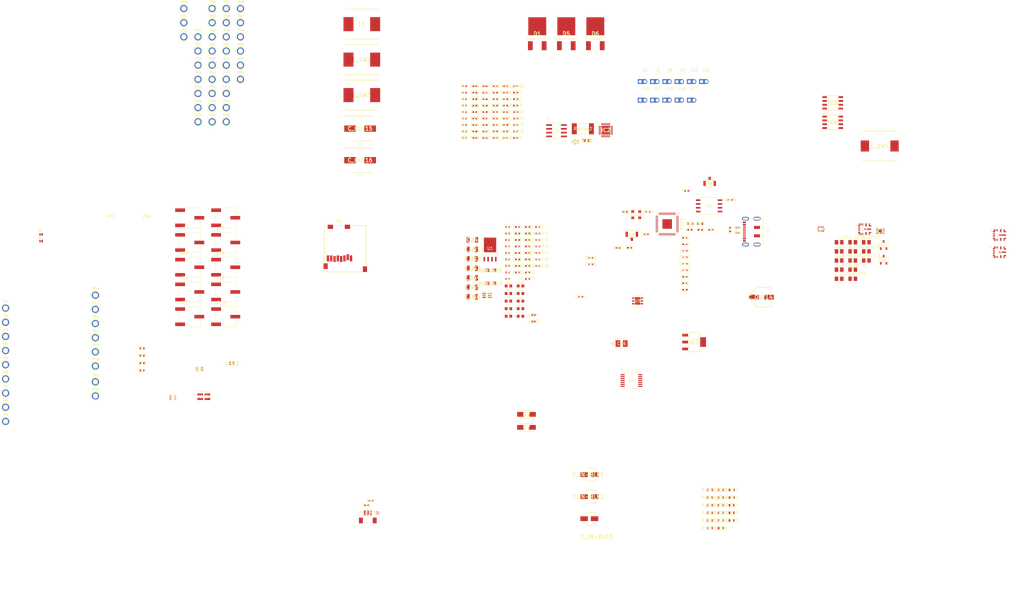
<source format=kicad_pcb>
(kicad_pcb (version 20240108) (generator "pcbnew") (generator_version "8.0")
  (layers (0 "F.Cu" signal) (1 "In1.Cu" signal) (2 "In2.Cu" signal) (31 "B.Cu" power) (34 "B.Paste" user) (35 "F.Paste" user) (36 "B.SilkS" user "B.Silkscreen") (37 "F.SilkS" user "F.Silkscreen") (38 "B.Mask" user) (39 "F.Mask" user) (44 "Edge.Cuts" user))
  (net 0 "")
  (net 1 "GND")
  (net 2 "+3.3V")
  (net 3 "Net-(XTAL1-TRI-STATE(STBY))")
  (net 4 "Net-(MCU1-RUN)")
  (net 5 "Net-(MCU1-VREG_VOUT)")
  (net 6 "Net-(MCU1-USB_DM)")
  (net 7 "Net-(MCU1-USB_DP)")
  (net 8 "Net-(MCU1-SWD)")
  (net 9 "Net-(MCU1-SWCLK)")
  (net 11 "/AIN0")
  (net 12 "/AIN1")
  (net 13 "/AIN2")
  (net 14 "Net-(U2-T+)")
  (net 15 "Net-(U2-T-)")
  (net 16 "/12V_Sense")
  (net 17 "/8.4V_Sense")
  (net 18 "+5V")
  (net 19 "Net-(IC2-VCCD)")
  (net 20 "VBAT")
  (net 21 "Net-(D2-A)")
  (net 22 "/VBUS_IN")
  (net 23 "/5V_Sense")
  (net 24 "Net-(IC8-EN)")
  (net 25 "/ADC RDY")
  (net 26 "VBUS")
  (net 27 "Net-(CR1-Pad1)")
  (net 28 "Net-(CR2-Pad1)")
  (net 29 "Net-(CR3-Pad1)")
  (net 30 "+8.4V")
  (net 31 "+12V")
  (net 32 "Net-(CR4-Pad1)")
  (net 33 "Net-(CR6-Pad1)")
  (net 34 "Net-(U8-BIAS)")
  (net 35 "Net-(U9-BIAS)")
  (net 36 "Net-(U7-SW)")
  (net 37 "Net-(U7-CBOOT)")
  (net 38 "Net-(U8-CBOOT)")
  (net 39 "Net-(U8-SW)")
  (net 40 "Net-(U9-SW)")
  (net 41 "Net-(U9-CBOOT)")
  (net 42 "Net-(U9-FB)")
  (net 43 "Net-(C_FF1-Pad1)")
  (net 44 "Net-(C_OUT1-Pad1)")
  (net 45 "Net-(C_OUT12-Pad1)")
  (net 46 "Net-(D7-A)")
  (net 47 "/DC.DC1 VCC")
  (net 48 "/DC.DC2 VCC")
  (net 49 "/DC.DC3 VCC")
  (net 50 "/Solenoid Valve Drive")
  (net 51 "Net-(D2-K)")
  (net 52 "Net-(D4-IO3)")
  (net 53 "Net-(D4-IO1)")
  (net 54 "USB_DP")
  (net 55 "USB_DM")
  (net 56 "/I_Sense1+")
  (net 57 "/I_Sense2+")
  (net 58 "/I_Sense3+")
  (net 59 "Net-(IC1-REF1)")
  (net 60 "Net-(IC1-OUT2)")
  (net 61 "Net-(IC1-OUT1)")
  (net 62 "Net-(IC2-SAFE_PWR_EN)")
  (net 63 "Net-(IC2-ISNK_FINE)")
  (net 65 "Net-(IC2-VBUS_MAX)")
  (net 66 "Net-(IC2-VBUS_FET_EN)")
  (net 67 "Net-(IC2-FLIP)")
  (net 69 "Net-(IC2-FAULT)")
  (net 72 "Net-(IC2-VBUS_MIN)")
  (net 73 "/SDL I2C")
  (net 74 "/USB-C PD ~{INT}")
  (net 75 "/SDA I2C")
  (net 77 "Net-(IC3-G1)")
  (net 78 "Net-(IC3-S1)")
  (net 79 "Net-(IC4-SDA)")
  (net 80 "Net-(IC4-SCL)")
  (net 81 "Net-(IC4-ALERT{slash}RDY)")
  (net 82 "Net-(IC5-REF)")
  (net 83 "Net-(IC5-OUT)")
  (net 84 "Net-(IC7-REXT)")
  (net 85 "Net-(IC7-IOUT)")
  (net 86 "/SCL I2C")
  (net 87 "Net-(IC9-E2)")
  (net 88 "Net-(IC9-E1)")
  (net 89 "/Status1 Green")
  (net 90 "/Status1 Red")
  (net 91 "/Status2 Green")
  (net 92 "Net-(IC10-E1)")
  (net 93 "Net-(IC10-E2)")
  (net 94 "/Status2 Red")
  (net 103 "/THERMO1 T+")
  (net 104 "/THERMO1 T-")
  (net 105 "/SPI0_MOSI")
  (net 107 "/SD-Card ~{CS}")
  (net 109 "/SPI0_SCK")
  (net 110 "/SPI0_MISO")
  (net 111 "/RS_B")
  (net 112 "/RS_A")
  (net 113 "/Main Servo Valve")
  (net 114 "/PRESS_SENSE")
  (net 115 "Net-(J18-Pad3)")
  (net 116 "Net-(J18-Pad1)")
  (net 117 "Net-(LED2-Pad1)")
  (net 118 "Net-(LED3-A_Green)")
  (net 119 "Net-(LED3-A_Red)")
  (net 120 "/Solenoid Valve Enable")
  (net 121 "/RP2040 Standard1/MCU QSPI_SD0")
  (net 122 "/RS_ENABLE")
  (net 123 "/RS_RX")
  (net 124 "/DC.DC1 PGOOD")
  (net 125 "/Servo Valve PWM")
  (net 126 "/DC.DC3 PGOOD")
  (net 127 "/SPI1_SCK")
  (net 128 "/THERMO1_~{FAULT}")
  (net 129 "/LED Test1")
  (net 130 "/DC.DC2 PGOOD")
  (net 131 "/THERMO1_~{CS}")
  (net 132 "/RS_TX")
  (net 133 "/RP2040 Standard1/MCU QSPI_SD1")
  (net 134 "/SPI1_MOSI")
  (net 135 "/RP2040 Standard1/MCU QSPI_SD2")
  (net 136 "/RP2040 Standard1/MCU QSPI_SS")
  (net 137 "/SPI1_MISO")
  (net 138 "/RP2040 Standard1/MCU QSPI_SD3")
  (net 139 "/THERMO1_~{DRDY}")
  (net 140 "/RP2040 Standard1/Crystal")
  (net 141 "/RP2040 Standard1/MCU QSPI_SCLK")
  (net 142 "Net-(Q3-Pad2)")
  (net 143 "Net-(Q4-Pad2)")
  (net 144 "/TEMP SENSE +")
  (net 145 "/TEMP SENSE -")
  (net 146 "/RP2040 Standard1/~{RST}")
  (net 147 "/RP2040 Standard1/~{USB_BOOT}")
  (net 148 "Net-(U7-RBOOT)")
  (net 149 "Net-(U8-RBOOT)")
  (net 150 "Net-(U9-RBOOT)")
  (net 151 "Net-(U7-EN{slash}SYNC)")
  (net 152 "Net-(U8-EN{slash}SYNC)")
  (net 153 "Net-(U9-EN{slash}SYNC)")
  (net 154 "Net-(R_FBB1-Pad2)")
  (net 155 "Net-(R_FBB2-Pad2)")
  (net 156 "Net-(R_FBB3-Pad2)")
  (net 157 "Net-(U7-FB)")
  (net 158 "Net-(U8-FB)")
  (net 159 "Net-(U7-RT)")
  (net 160 "Net-(U8-RT)")
  (net 161 "Net-(U9-RT)")
  (net 162 "Net-(U10-A_Green)")
  (net 163 "Net-(U10-A_Red)")
  (footprint "Pico_Conn1x1:Pico_01pin" (layer "F.Cu") (at 126.5992 37.5)
    (property "Reference" "J2")
    (property "Value" "Conn_01x01_Socket")
  )
  (footprint "Resistor-0402:RES_0402" (layer "F.Cu") (at 66.288005 54.1416)
    (property "Reference" "R8")
    (property "Value" "120")
  )
  (footprint "Pico_Conn1x1:Pico_01pin" (layer "F.Cu") (at 143 37.5)
    (property "Reference" "J10")
    (property "Value" "Conn_01x01_Socket")
  )
  (footprint "Capacitor-0402:Capacitor_0402" (layer "F.Cu") (at 139.9285 107.0052)
    (property "Reference" "CV7")
    (property "Value" "100nF")
  )
  (footprint "E-Switch_Small:TL1017AABF160QG" (layer "F.Cu") (at 148.2 71.5 180)
    (property "Reference" "S2")
    (property "Value" "TL1017AABF160QG" (hide yes))
  )
  (footprint "Capacitor-0805:Capacitor_0805" (layer "F.Cu") (at 191.4439 94.201599)
    (property "Reference" "C_OUT2")
    (property "Value" "10u")
  )
  (footprint "Capacitor-0805:Capacitor_0805" (layer "F.Cu") (at 195.9939 91.151599)
    (property "Reference" "C_OUT6")
    (property "Value" "22u")
  )
  (footprint "Capacitor-0402:Capacitor_0402" (layer "F.Cu") (at 141.5715 87)
    (property "Reference" "CV2")
    (property "Value" "100nF")
  )
  (footprint "Test Hook:KEYSTONE_5277" (layer "F.Cu") (at -87 151)
    (property "Reference" "TP9")
    (property "Value" "TestPoint")
  )
  (footprint "Capacitor-0805:Capacitor_0805" (layer "F.Cu") (at 200.5439 97.251599)
    (property "Reference" "C_OUT13")
    (property "Value" "22u")
  )
  (footprint "SchottkyDiode-RB095BGE:RD3P175SNFRATL" (layer "F.Cu") (at 100.3 21.25)
    (property "Reference" "D5")
    (property "Value" "RB095BGE" (hide yes))
  )
  (footprint "Resistor-0402:RES_0402" (layer "F.Cu") (at 79.974397 49.8208)
    (property "Reference" "R46")
    (property "Value" "30k")
  )
  (footprint "LED-Red_VLMT3100-GS08:LED_PLCC_VSMB" (layer "F.Cu") (at 118.7681 125)
    (property "Reference" "CR6")
    (property "Value" "VLMT3100-GS08")
  )
  (footprint "Resistor-0402:RES_0402" (layer "F.Cu") (at 66.288005 45.5)
    (property "Reference" "R4")
    (property "Value" "2k")
  )
  (footprint "Resistor-0402:RES_0402" (layer "F.Cu") (at 83.395995 54.1416)
    (property "Reference" "R_ENT3")
    (property "Value" "422k")
  )
  (footprint "Resistor-0402:RES_0402" (layer "F.Cu") (at 76.552799 51.9812)
    (property "Reference" "R36")
    (property "Value" "10k")
  )
  (footprint "Capacitor-0402:Capacitor_0402" (layer "F.Cu") (at 90.7477 92.5644)
    (property "Reference" "C_IN_HFI3")
    (property "Value" "100n")
  )
  (footprint "Resistor-0603:RES_0603" (layer "F.Cu") (at 151.9104 181.5494)
    (property "Reference" "R_FBT2")
    (property "Value" "100K")
  )
  (footprint "Resistor-0603:RES_0603" (layer "F.Cu") (at 151.9104 173.9012)
    (property "Reference" "R_FBB5")
    (property "Value" "50")
  )
  (footprint "Pico_Conn1x1:Pico_01pin" (layer "F.Cu") (at 138.8998 43.7)
    (property "Reference" "J16")
    (property "Value" "Conn_01x01_Socket")
  )
  (footprint "Capacitor-0402:Capacitor_0402" (layer "F.Cu") (at 80.6611 101.238)
    (property "Reference" "C8")
    (property "Value" "10n")
  )
  (footprint "Resistor-0402:RES_0402" (layer "F.Cu") (at 76.552799 45.5)
    (property "Reference" "R33")
    (property "Value" "54k2")
  )
  (footprint "Capacitor-0402:Capacitor_0402" (layer "F.Cu") (at 139.9285 94)
    (property "Reference" "CV10")
    (property "Value" "100nF")
  )
  (footprint "Diode-Schottky_RSX301L:DIOM5026X220N" (layer "F.Cu") (at 87 148.65)
    (property "Reference" "D2")
    (property "Value" "RSX301L" (hide yes))
  )
  (footprint "VLMKG3400-GS08:SMT_00-GS08_VIS" (layer "F.Cu") (at -20.7935 142.750001)
    (property "Reference" "U10")
    (property "Value" "VLMKG3400-GS08")
  )
  (footprint "Test Hook:KEYSTONE_5277" (layer "F.Cu") (at -13.27 27.27)
    (property "Reference" "TP40")
    (property "Value" "5277")
  )
  (footprint "Resistor-0805:RES_0805" (layer "F.Cu") (at 75.15 104.91)
    (property "Reference" "Rsense3")
    (property "Value" "2.5m" (hide yes))
  )
  (footprint "Resistor-0402:RES_0402" (layer "F.Cu") (at 76.552799 47.6604)
    (property "Reference" "R34")
    (property "Value" "1k")
  )
  (footprint "Resistor-0402:RES_0402" (layer "F.Cu") (at 73.131201 47.6604)
    (property "Reference" "R23")
    (property "Value" "1k")
  )
  (footprint "Resistor-0402:RES_0402" (layer "F.Cu") (at 35.052799 177.5)
    (property "Reference" "R44")
    (property "Value" "100")
  )
  (footprint "NOR Flash:SOIC_208MIL_WIN" (layer "F.Cu") (at 148 79)
    (property "Reference" "U4")
    (property "Value" "W25Q128JVSIQ TR")
  )
  (footprint "Capacitor-1206:Capacitor_1206" (layer "F.Cu") (at 68.915 90.36)
    (property "Reference" "C24")
    (property "Value" "4.7u" (hide yes))
  )
  (footprint "Capacitor-6mm:Capacitor_6mm" (layer "F.Cu") (at 165.5 109.5)
    (property "Reference" "C_OUT14")
    (property "Value" "100u" (hide yes))
  )
  (footprint "Capacitor-0402:Capacitor_0402" (layer "F.Cu") (at 139.9187 89.6632)
    (property "Reference" "CV8")
    (property "Value" "100nF")
  )
  (footprint "Resistor-0402:RES_0402" (layer "F.Cu") (at 66.288005 49.8208)
    (property "Reference" "R6")
    (property "Value" "2k")
  )
  (footprint "INA2181A4IDSQR:SON40P200X200X80-11N" (layer "F.Cu") (at 205.1489 87.476599)
    (property "Reference" "IC1")
    (property "Value" "INA2181A4IDSQR" (hide yes))
  )
  (footprint "AS12MHz:ASE-3.2X2.5_ABR" (layer "F.Cu") (at 123.6684 81.95)
    (property "Reference" "XTAL1")
    (property "Value" "ASE-12.000MHZ-LC-T")
  )
  (footprint "Resistor-0402:RES_0402" (layer "F.Cu") (at 73.131201 43.3396)
    (property "Reference" "R21")
    (property "Value" "10k")
  )
  (footprint "1k Potenciometro:TRIM_3361P-1-102GLF" (layer "F.Cu") (at -25.5 116.02)
    (property "Reference" "VR5")
    (property "Value" "3361P-1-102GLF")
  )
  (footprint "Resistor-0603:RES_0603" (layer "F.Cu") (at 148.25 184.0988)
    (property "Reference" "R_FBB3")
    (property "Value" "22k1")
  )
  (footprint "Resistor-0402:RES_0402" (layer "F.Cu") (at 126.947201 88.5)
    (property "Reference" "R51")
    (property "Value" "1k")
  )
  (footprint "Capacitor-0603:Capacitor_0603" (layer "F.Cu") (at 80.99 108.28)
    (property "Reference" "C18")
    (property "Value" "1u")
  )
  (footprint "Capacitor-0402:Capacitor_0402" (layer "F.Cu") (at 80.6611 94.7328)
    (property "Reference" "C5")
    (property "Value" "100n")
  )
  (footprint "Test Hook:KEYSTONE_5277" (layer "F.Cu") (at -18 27.27)
    (property "Reference" "TP31")
    (property "Value" "5277")
  )
  (footprint "DMP2040USD-13:SOIC127P600X175-8N" (layer "F.Cu") (at 189.3 51.095)
    (property "Reference" "IC6")
    (property "Value" "DMP2040USD-13" (hide yes))
  )
  (footprint "Capacitor-1206:Capacitor_1206" (layer "F.Cu") (at 68.915 99.87)
    (property "Reference" "C_IN3")
    (property "Value" "4.7u" (hide yes))
  )
  (footprint "Capacitor-4mm:Capacitor_4mm" (layer "F.Cu") (at 108 176.15)
    (property "Reference" "C_IN-BLK2")
    (property "Value" "10u" (hide yes))
  )
  (footprint "Resistor-0402:RES_0402" (layer "F.Cu") (at 83.395995 41.1792)
    (property "Reference" "R_BT1")
    (property "Value" "50")
  )
  (footprint "Capacitor-0805:Capacitor_0805" (layer "F.Cu") (at 191.4439 97.251599)
    (property "Reference" "C_OUT3")
    (property "Value" "22u")
  )
  (footprint "LED-Red_VLMS1500-GS08:LED_00-GS08_VIS_RED" (layer "F.Cu") (at 89.3615 115.4592)
    (property "Reference" "LED1")
    (property "Value" "VLMS1500-GS08")
  )
  (footprint "Capacitor-0402:Capacitor_0402" (layer "F.Cu") (at 90.7477 94.7328)
    (property "Reference" "C_IN_HFI4")
    (property "Value" "100n")
  )
  (footprint "Capacitor-0402:Capacitor_0402" (layer "F.Cu") (at 90.7477 86.0592)
    (property "Reference" "C_FF1")
    (property "Value" "22p")
  )
  (footprint "Resistor-0402:RES_0402" (layer "F.Cu") (at 66.288005 39.0188)
    (property "Reference" "R1")
    (property "Value" "54k2")
  )
  (footprint "Capacitor-0402:Capacitor_0402" (layer "F.Cu") (at 87.3855 96.9012)
    (property "Reference" "C37")
    (property "Value" "470n")
  )
  (footprint "PNP_BC857CMB_315:TRANS_PMZB550UNEYL" (layer "F.Cu") (at -75.15 90.775)
    (property "Reference" "Q4")
    (property "Value" "BC857CMB_315")
  )
  (footprint "Capacitor-0402:Capacitor_0402" (layer "F.Cu") (at 90.7477 96.9012)
    (property "Reference" "C_IN_HFI5")
    (property "Value" "100n")
  )
  (footprint "Resistor-0402:RES_0402" (layer "F.Cu") (at 83.395995 45.5)
    (property "Reference" "R_BT3")
    (property "Value" "100")
  )
  (footprint "Capacitor-0402:Capacitor_0402" (layer "F.Cu") (at 84.0233 92.5644)
    (property "Reference" "C20")
    (property "Value" "100n")
  )
  (footprint "Test Hook:KEYSTONE_5277" (layer "F.Cu") (at -27.46 17.81)
    (property "Reference" "TP11")
    (property "Value" "TestPoint")
  )
  (footprint "Resistor-0402:RES_0402" (layer "F.Cu") (at 73.131201 54.1416)
    (property "Reference" "R28")
    (property "Value" "2k")
  )
  (footprint "Resistor-0402:RES_0402" (layer "F.Cu") (at 66.288005 41.1792)
    (property "Reference" "R2")
    (property "Value" "1k")
  )
  (footprint "Capacitor-0402:Capacitor_0402" (layer "F.Cu") (at 127.5715 81)
    (property "Reference" "CV17")
    (property "Value" "1uF")
  )
  (footprint "SQJA36EP-T1-GE3:PowerPAK_SO-8L_3_VIS" (layer "F.Cu") (at 74.8321 93.1866)
    (property "Reference" "U1")
    (property "Value" "SQJA36EP-T1_GE3")
  )
  (footprint "Capacitor-0805:Capacitor_0805" (layer "F.Cu") (at 191.4439 100.301599)
    (property "Reference" "C_OUT4")
    (property "Value" "22u")
  )
  (footprint "Capacitor-0402:Capacitor_0402" (layer "F.Cu") (at 87.3855 88.2276)
    (property "Reference" "C33")
    (property "Value" "2.2u")
  )
  (footprint "Resistor-0402:RES_0402" (layer "F.Cu") (at 79.974397 41.1792)
    (property "Reference" "R40")
    (property "Value" "2k")
  )
  (footprint "Test Hook:KEYSTONE_5277" (layer "F.Cu") (at -13.27 17.81)
    (property "Reference" "TP38")
    (property "Value" "5277")
  )
  (footprint "Test Hook:KEYSTONE_5277" (layer "F.Cu") (at -87 113.16)
    (property "Reference" "TP1")
    (property "Value" "TestPoint")
  )
  (footprint "Test Hook:KEYSTONE_5277" (layer "F.Cu") (at -13.27 36.73)
    (property "Reference" "TP42")
    (property "Value" "5277")
  )
  (footprint "Test Hook:KEYSTONE_5277" (layer "F.Cu") (at -87 146.27)
    (property "Reference" "TP8")
    (property "Value" "TestPoint")
  )
  (footprint "LED-Yellow_VLMY1300-GS08:LED_VISHAY_VLMX1300_VIS" (layer "F.Cu") (at -41.4031 134)
    (property "Reference" "CR4")
    (property "Value" "VLMY1300-GS08")
  )
  (footprint "Capacitor-0603:Capacitor_0603" (layer "F.Cu") (at 80.99 115.87)
    (property "Reference" "C_BIAS1")
    (property "Value" "1u")
  )
  (footprint "Test Hook:KEYSTONE_5277" (layer "F.Cu") (at -57 137.77)
    (property "Reference" "TP19")
    (property "Value" "TestPoint")
  )
  (footprint "NMOS_2N7002:PG-SOT23-3-5_INF_MIN" (layer "F.Cu") (at 206.2907 92.082399)
    (property "Reference" "Q1")
    (property "Value" "2N7002H6327XTSA2")
  )
  (footprint "Test Hook:KEYSTONE_5277" (layer "F.Cu") (at -8.54 27.27)
    (property "Reference" "TP49")
    (property "Value" "TestPoint")
  )
  (footprint "Resistor-0805:RES_0805" (layer "F.Cu") (at 75.15 100.56)
    (property "Reference" "Rsense1")
    (property "Value" "2.5m" (hide yes))
  )
  (footprint "LED-Yellow_VLMY1300-GS08:LED_VISHAY_VLMX1300_VIS" (layer "F.Cu") (at -41.4031 126.5804)
    (property "Reference" "CR1")
    (property "Value" "VLMY1300-GS08")
  )
  (footprint "Capacitor-0402:Capacitor_0402" (layer "F.Cu") (at 87.3855 90.396)
    (property "Reference" "C34")
    (property "Value" "2.2u")
  )
  (footprint "Pico_Conn1x1:Pico_01pin" (layer "F.Cu") (at 143 43.7)
    (property "Reference" "J17")
    (property "Value" "Conn_01x01_Socket")
  )
  (footprint "Capacitor-0805:Capacitor_0805" (layer "F.Cu") (at 200.5439 94.201599)
    (property "Reference" "C_OUT12")
    (property "Value" "47u")
  )
  (footprint "Resistor-2512:RES_WSLP2512" (layer "F.Cu") (at 105.832401 53.2465)
    (property "Reference" "Rsense2")
    (property "Value" "7.5m")
  )
  (footprint "DCDC_LM61460:VQFN-HR14_RJR_TEX" (layer "F.Cu") (at 244.999999 88.750602)
    (property "Reference" "U7")
    (property "Value" "LM61460AASQRJRRQ1")
  )
  (footprint "Resistor-0402:RES_0402" (layer "F.Cu") (at 33.552799 179)
    (property "Reference" "R50")
    (property "Value" "100")
  )
  (footprint "Capacitor-0402:Capacitor_0402" (layer "F.Cu") (at 139.9285 100.5052)
    (property "Reference" "CV13")
    (property "Value" "100nF")
  )
  (footprint "Capacitor-0805:Capacitor_0805" (layer "F.Cu") (at 195.9939 94.201599)
    (property "Reference" "C_OUT7")
    (property "Value" "22u")
  )
  (footprint "Test Hook:KEYSTONE_5277" (layer "F.Cu") (at -13.27 41.46)
    (property "Reference" "TP43")
    (property "Value" "5277")
  )
  (footprint "Capacitor-0402:Capacitor_0402" (layer "F.Cu") (at 121.4285 93)
    (property "Reference" "CV1")
    (property "Value" "1uF")
  )
  (footprint "Inductor-10.1x10:Inductor_10.1x10" (layer "F.Cu") (at 32 42)
    (property "Reference" "L_SW3")
    (property "Value" "15u" (hide yes))
  )
  (footprint "Resistor-0402:RES_0402" (layer "F.Cu") (at 117.552799 93)
    (property "Reference" "R25")
    (property "Value" "1k")
  )
  (footprint "ADS1115:ADS1115IRUGR" (layer "F.Cu") (at 185.4039 86.751599)
    (property "Reference" "IC4")
    (property "Value" "ADS1115IRUGR" (hide yes))
  )
  (footprint "1k Potenciometro:TRIM_3361P-1-102GLF" (layer "F.Cu") (at -25.5 91.24)
    (property "Reference" "VR2")
    (property "Value" "3361P-1-102GLF")
  )
  (footprint "USBC-PD_CYPD3177:QFN50P400X400X60-25N-D" (layer "F.Cu") (at 113.489201 53.7248)
    (property "Reference" "IC2")
    (property "Value" "CYPD3177-24LQXQT" (hide yes))
  )
  (footprint "Capacitor-0603:Capacitor_0603" (layer "F.Cu") (at 80.99 113.34)
    (property "Reference" "C22")
    (property "Value" "1u")
  )
  (footprint "Capacitor-0402:Capacitor_0402" (layer "F.Cu") (at 80.6611 92.5644)
    (property "Reference" "C4")
    (property "Value" "1u")
  )
  (footprint "Test Hook:KEYSTONE_5277" (layer "F.Cu") (at -13.27 32)
    (property "Reference" "TP41")
    (property "Value" "5277")
  )
  (footprint "Resistor-0603:RES_0603" (layer "F.Cu") (at 141.75 84.9506)
    (property "Reference" "R26")
    (property "Value" "27")
  )
  (footprint "Capacitor-0402:Capacitor_0402" (layer "F.Cu") (at 87.3855 103.4064)
    (property "Reference" "C_BT3")
    (property "Value" "100n")
  )
  (footprint "Inductor-11.5x10:Inductor_11.5x10" (layer "F.Cu") (at 205 59)
    (property "Reference" "L_SW1")
    (property "Value" "10u" (hide yes))
  )
  (footprint "Resistor-0402:RES_0402" (layer "F.Cu") (at 79.974397 45.5)
    (property "Reference" "R42")
    (property "Value" "200k")
  )
  (footprint "Resistor-0603:RES_0603" (layer "F.Cu") (at 155.5708 184.0988)
    (property "Reference" "R_RT3")
    (property "Value" "33k2")
  )
  (footprint "Resistor-0402:RES_0402" (layer "F.Cu") (at 69.709603 54.1416)
    (property "Reference" "R17")
    (property "Value" "2k")
  )
  (footprint "Capacitor-4mm:Capacitor_4mm" (layer "F.Cu") (at 108 168.8)
    (property "Reference" "C_IN-BLK1")
    (property "Value" "10u" (hide yes))
  )
  (footprint "Test Hook:KEYSTONE_5277" (layer "F.Cu") (at -27.46 13.08)
    (property "Reference" "TP10")
    (property "Value" "TestPoint")
  )
  (footprint "Test Hook:KEYSTONE_5277" (layer "F.Cu") (at -22.73 32)
    (property "Reference" "TP23")
    (property "Value" "TestPoint")
  )
  (footprint "Resistor-0402:RES_0402" (layer "F.Cu") (at 83.395995 43.3396)
    (property "Reference" "R_BT2")
    (property "Value" "50")
  )
  (footprint "Resistor-0402:RES_0402" (layer "F.Cu") (at 76.552799 39.0188)
    (property "Reference" "R30")
    (property "Value" "50k")
  )
  (footprint "Test Hook:KEYSTONE_5277" (layer "F.Cu") (at -18 13.08)
    (property "Reference" "TP28")
    (property "Value" "TestPoint")
  )
  (footprint "Resistor-0402:RES_0402" (layer "F.Cu") (at 73.131201 49.8208)
    (property "Reference" "R24")
    (property "Value" "1k")
  )
  (footprint "Capacitor-0402:Capacitor_0402" (layer "F.Cu") (at 87.3855 99.0696)
    (property "Reference" "C_BT1")
    (property "Value" "100n")
  )
  (footprint "Pico_Conn1x1:Pico_01pin" (layer "F.Cu") (at 126.5992 43.7)
    (property "Reference" "J13")
    (property "Value" "Conn_01x01_Socket")
  )
  (footprint "Capacitor-1206:Capacitor_1206" (layer "F.Cu") (at 68.915 103.04)
    (property "Reference" "C_IN4")
    (property "Value" "4.7u" (hide yes))
  )
  (footprint "Resistor-0603:RES_0603" (layer "F.Cu") (at 155.5708 179)
    (property "Reference" "R_RT1")
    (property "Value" "33k2")
  )
  (footprint "Resistor-0402:RES_0402" (layer "F.Cu") (at 83.395995 56.302)
    (property "Reference" "R_FF1")
    (property "Value" "1k")
  )
  (footprint "1k Potenciometro:TRIM_3361P-1-102GLF" (layer "F.Cu") (at -13.475 82.98)
    (property "Reference" "VR6")
    (property "Value" "3361P-1-102GLF")
  )
  (footprint "Resistor-0402:RES_0402" (layer "F.Cu") (at 73.131201 39.0188)
    (property "Reference" "R19")
    (property "Value" "160")
  )
  (footprint "Capacitor-0402:Capacitor_0402" (layer "F.Cu") (at 84.0233 90.396)
    (property "Reference" "C12")
    (property "Value" "100n")
  )
  (footprint "Capacitor-0402:Capacitor_0402" (layer "F.Cu") (at 87.3855 86.0592)
    (property "Reference" "C32")
    (property "Value" "2.2u")
  )
  (footprint "Resistor-0603:RES_0603" (layer "F.Cu") (at 155.5708 181.5494)
    (property "Reference" "R_RT2")
    (property "Value" "33k2")
  )
  (footprint "Capacitor-0402:Capacitor_0402" (layer "F.Cu") (at 87.3855 101.238)
    (property "Reference" "C_BT2")
    (property "Value" "100n")
  )
  (footprint "Capacitor-0402:Capacitor_0402" (layer "F.Cu") (at 80.6611 103.4064)
    (property "Reference" "C9")
    (property "Value" "100n")
  )
  (footprint "Resistor-0402:RES_0402" (layer "F.Cu") (at 69.709603 51.9812)
    (property "Reference" "R16")
    (property "Value" "100")
  )
  (footprint "Capacitor-0402:Capacitor_0402" (layer "F.Cu") (at 84.0233 96.9012)
    (property "Reference" "C23")
    (property "Value" "100n")
  )
  (footprint "Test Hook:KEYSTONE_5277" (layer "F.Cu") (at -22.73 36.73)
    (property "Reference" "TP24")
    (property "Value" "TestPoint")
  )
  (footprint "Capacitor-0402:Capacitor_0402" (layer "F.Cu") (at 80.6611 96.9012)
    (property "Reference" "C6")
    (property "Value" "10n")
  )
  (footprint "Capacitor-0402:Capacitor_0402" (layer "F.Cu") (at 155 77)
    (property "Reference" "CV18")
    (property "Value" "100nF")
  )
  (footprint "Resistor-0603:RES_0603" (layer "F.Cu") (at 155.5708 173.9012)
    (property "Reference" "R_PG2")
    (property "Value" "100K")
  )
  (footprint "Test Hook:KEYSTONE_5277" (layer "F.Cu") (at -57 132.5)
    (property "Reference" "TP18")
    (property "Value" "TestPoint")
  )
  (footprint "Test Hook:KEYSTONE_5277" (layer "F.Cu") (at -22.73 22.54)
    (property "Reference" "TP21")
    (property "Value" "TestPoint")
  )
  (footprint "Capacitor-0402:Capacitor_0402" (layer "F.Cu") (at 84.0233 86.0592)
    (property "Reference" "C10")
    (property "Value" "100n")
  )
  (footprint "Test Hook:KEYSTONE_5277" (layer "F.Cu") (at -57 142.5)
    (property "Reference" "TP20")
    (property "Value" "TestPoint")
  )
  (footprint "Test Hook:KEYSTONE_5277" (layer "F.Cu") (at -87 136.81)
    (property "Reference" "TP6")
    (property "Value" "TestPoint")
  )
  (footprint "Resistor-0402:RES_0402" (layer "F.Cu") (at 140.5 74)
    (property "Reference" "R52")
    (property "Value" "1k")
  )
  (footprint "Capacitor-0603:Capacitor_0603" (layer "F.Cu") (at 85.01 108.28)
    (property "Reference" "C_OUT1")
    (property "Value" "1u")
  )
  (footprint "Resistor-0603:RES_0603" (layer "F.Cu") (at 145 85)
    (property "Reference" "R43")
    (property "Value" "27")
  )
  (footprint "Resistor-0402:RES_0402" (layer "F.Cu") (at 79.974397 47.6604)
    (property "Reference" "R45")
    (property "Value" "2k")
  )
  (footprint "Capacitor-0402:Capacitor_0402" (layer "F.Cu") (at 108.4435 96.3666)
    (property "Reference" "CV15")
    (property "Value" "4.7uF")
  )
  (footprint "Capacitor-0603:Capacitor_0603" (layer "F.Cu") (at 80.99 105.75)
    (property "Reference" "C17")
    (property "Value" "1u")
  )
  (footprint "Capacitor-0402:Capacitor_0402" (layer "F.Cu") (at 84.0233 101.238)
    (property "Reference" "C30")
    (property "Value" "C")
  )
  (footprint "LED-Driver_NCR420ZX:SOT230P700X180-4N" (layer "F.Cu") (at 143 124.5)
    (property "Reference" "IC7")
    (property "Value" "NCR420ZX" (hide yes))
  )
  (footprint "Resistor-0603:RES_0603" (layer "F.Cu") (at 148.25 179)
    (property "Reference" "R_FBB1")
    (property "Value" "8k66")
  )
  (footprint "Resistor-0402:RES_0402" (layer "F.Cu") (at 66.288005 43.3396)
    (property "Reference" "R3")
    (property "Value" "2k")
  )
  (footprint "Capacitor-0402:Capacitor_0402" (layer "F.Cu") (at 90.7477 90.396)
    (property "Reference" "C_IN_HFI2")
    (property "Value" "100n")
  )
  (footprint "DMP2040USD-13:SOIC127P600X175-8N" (layer "F.Cu") (at 189.3 44.595)
    (property "Reference" "IC3")
    (property "Value" "DMP2040USD-13" (hide yes))
  )
  (footprint "INA181A4QDCKRQ1:SOT65P210X110-6N" (layer "F.Cu") (at 73.825 108.935)
    (property "Reference" "IC5")
    (property "Value" "INA181A4QDCKRQ1" (hide yes))
  )
  (footprint "1k Potenciometro:TRIM_3361P-1-102GLF" (layer "F.Cu") (at -25.5 107.76)
    (property "Reference" "VR4")
    (property "Value" "3361P-1-102GLF")
  )
  (footprint "Capacitor-0402:Capacitor_0402" (layer "F.Cu") (at 139.9285 98.3368)
    (property "Reference" "CV12")
    (property "Value" "100nF")
  )
  (footprint "Capacitor-0603:Capacitor_0603" (layer "F.Cu") (at 85.01 105.75)
    (property "Reference" "C_BIAS2")
    (property "Value" "1u")
  )
  (footprint "Capacitor-1206:Capacitor_1206" (layer "F.Cu") (at 68.915 96.7)
    (property "Reference" "C_IN2")
    (property "Value" "4.7u" (hide yes))
  )
  (footprint "Test Hook:KEYSTONE_5277" (layer "F.Cu") (at -18 41.46)
    (property "Reference" "TP34")
    (property "Value" "5277")
  )
  (footprint "Pico_Conn1x1:Pico_01pin" (layer "F.Cu") (at 134.7996 43.7)
    (property "Reference" "J15")
    (property "Value" "Conn_01x01_Socket")
  )
  (footprint "Pico_Conn1x1:Pico_01pin" (layer "F.Cu") (at 147.1002 37.5)
    (property "Reference" "J11")
    (property "Value" "Conn_01x01_Socket")
  )
  (footprint "Test Hook:KEYSTONE_5277" (layer "F.Cu") (at -13.27 22.54)
    (property "Reference" "TP39")
    (property "Value" "5277")
  )
  (footprint "Package_DFN_QFN:QFN-56-1EP_7x7mm_P0.4mm_EP3.2x3.2mm" (layer "F.Cu") (at 134 85.0625 -90)
    (property "Reference" "MCU1")
    (property "Value" "RP2040")
  )
  (footprint "Capacitor-0402:Capacitor_0402" (layer "F.Cu") (at 80.6611 88.2276)
    (property "Reference" "C2")
    (property "Value" "1u")
  )
  (footprint "Test Hook:KEYSTONE_5277" (layer "F.Cu") (at -13.27 13.08)
    (property "Reference" "TP37")
    (property "Value" "5277")
  )
  (footprint "Capacitor-0402:Capacitor_0402" (layer "F.Cu") (at 148.643 87)
    (property "Reference" "CV4")
    (property "Value" "100nF")
  )
  (footprint "Inductor-10.1x10:Inductor_10.1x10" (layer "F.Cu") (at 32 30.15)
    (property "Reference" "L_SW2")
    (property "Value" "15u" (hide yes))
  )
  (footprint "DCDC_LM61460:VQFN-HR14_RJR_TEX" (layer "F.Cu") (at 199.964699 86.788994)
    (property "Reference" "U9")
    (property "Value" "LM61460AASQRJRRQ1")
  )
  (footprint "SD-CARD_MEM2061-01-188-00-A:GCT_MEM2061-01-188-00-A_REVA" (layer "F.Cu") (at 26.45 93.325)
    (property "Reference" "J4")
    (property "Value" "MEM2061-01-188-00-A_REVA")
  )
  (footprint "Resistor-0402:RES_0402" (layer "F.Cu") (at 76.552799 54.1416)
    (property "Reference" "R37")
    (property "Value" "95")
  )
  (footprint "Capacitor-0402:Capacitor_0402" (layer "F.Cu") (at 139.9285 91.8316)
    (property "Reference" "CV9")
    (property "Value" "100nF")
  )
  (footprint "Test Hook:KEYSTONE_5277" (layer "F.Cu") (at -57 127.77)
    (property "Reference" "TP17")
    (property "Value" "TestPoint")
  )
  (footprint "Capacitor-0402:Capacitor_0402" (layer "F.Cu") (at 139.9285 96.1684)
    (property "Reference" "CV11")
    (property "Value" "100nF")
  )
  (footprint "Resistor-0402:RES_0402" (layer "F.Cu") (at 66.288005 56.302)
    (property "Reference" "R9")
    (property "Value" "2k")
  )
  (footprint "Thermocouple:21-0066J_14_MXM" (layer "F.Cu") (at 122.05995 137.349999)
    (property "Reference" "U2")
    (property "Value" "MAX31856MUD+T")
  )
  (footprint "Test Hook:KEYSTONE_5277" (layer "F.Cu") (at -18 22.54)
    (property "Reference" "TP30")
    (property "Value" "TestPoint")
  )
  (footprint "USBC-DX07S016JA1:JAE_DX07S016JA1R1500" (layer "F.Cu") (at 160.9 87.6 90)
    (property "Reference" "J1")
    (property "Value" "DX07S016JA1R1500")
    (fp_line (start 2.875 -0.315) (end 3.125 -0.315) (stroke (width 0.01)) (layer "Edge.Cuts"))
    (fp_line (start 3.125 0.315) (end 2.875 0.315) (stroke (width 0.01)) (layer "Edge.Cuts"))
    (fp_arc (start 3.125 -0.315) (mid 3.347739 -0.222739) (end 3.44 0) (stroke (width 0.01)) (layer "Edge.Cuts"))
    (fp_arc (start 3.44 0) (mid 3.347739 0.222739) (end 3.125 0.315) (stroke (width 0.01)) (layer "Edge.Cuts"))
    (fp_arc (start 2.56 0) (mid 2.652261 -0.222739) (end 2.875 -0.315) (stroke (width 0.01)) (layer "Edge.Cuts"))
    (fp_arc (start 2.875 0.315) (mid 2.652261 0.222739) (end 2.56 0) (stroke (width 0.01)) (layer "Edge.Cuts"))
  )
  (footprint "SWD_Con:CONN_BM03B-SRSS-TBLFSN_JST" (layer "F.Cu") (at 34 183)
    (property "Reference" "J18")
    (property "Value" "BM03B-SRSS-TBLFSN")
  )
  (footprint "Capacitor-0603:Capacitor_0603" (layer "F.Cu") (at 85.01 110.81)
    (property "Reference" "C_VCC1")
    (property "Value" "1u")
  )
  (footprint "1k Potenciometro:TRIM_3361P-1-102GLF" (layer "F.Cu") (at -25.5 99.5)
    (property "Reference" "VR3")
    (property "Value" "3361P-1-102GLF")
  )
  (footprint "Resistor-0402:RES_0402" (layer "F.Cu") (at 73.131201 56.302)
    (property "Reference" "R29")
    (property "Value" "2k")
  )
  (footprint "Capacitor-0603:Capacitor_0603" (layer "F.Cu") (at 80.99 110.81)
    (property "Reference" "C19")
    (property "Value" "1u")
  )
  (footprint "Test Hook:KEYSTONE_5277" (layer "F.Cu") (at -87 141.54)
    (property "Reference" "TP7")
    (property "Value" "TestPoint")
  )
  (footprint "Resistor-0603:RES_0603" (layer "F.Cu") (at 151.9104 184.0988)
    (property "Reference" "R_FBT3")
    (property "Value" "100K")
  )
  (footprint "Test Hook:KEYSTONE_5277" (layer "F.Cu") (at -18 50.92)
    (property "Reference" "TP36")
    (property "Value" "5277")
  )
  (footprint "Resistor-0402:RES_0402" (layer "F.Cu") (at 73.131201 45.5)
    (property "Reference" "R22")
    (property "Value" "50k")
  )
  (footprint "Capacitor-0603:Capacitor_0603" (layer "F.Cu") (at 85.01 113.34)
    (property "Reference" "C_VCC2")
    (property "Value" "1u")
  )
  (footprint "1k Potenciometro:TRIM_3361P-1-102GLF" (layer "F.Cu") (at -13.475 91.24)
    (property "Reference" "VR7")
    (property "Value" "3361P-1-102GLF")
  )
  (footprint "Capacitor-0402:Capacitor_0402" (layer "F.Cu") (at 87.3855 92.5644)
    (property "Reference" "C35")
    (property "Value" "2.2u")
  )
  (footprint "Capacitor-0402:Capacitor_0402" (layer "F.Cu") (at 145.0715 87)
    (property "Reference" "CV3")
    (property "Value" "1uF")
  )
  (footprint "Resistor-0402:RES_0402" (layer "F.Cu") (at 69.709603 47.6604)
    (property "Reference" "R14")
    (property "Value" "370")
  )
  (footprint "Resistor-0603:RES_0603" (layer "F.Cu") (at 151.9104 179)
    (property "Reference" "R_FBT1")
    (property "Value" "100K")
  )
  (footprint "Pico_Conn1x1:Pico_01pin" (layer "F.Cu") (at 138.8998 37.5)
    (property "Reference" "J9")
    (property "Value" "Conn_01x01_Socket")
  )
  (footprint "Test Hook:KEYSTONE_5277" (layer "F.Cu") (at -57 118.31)
    (property "Reference" "TP15")
    (property "Value" "TestPoint")
  )
  (footprint "1k Potenciometro:TRIM_3361P-1-102GLF" (layer "F.Cu") (at -13.475 116.02)
    (property "Reference" "VR10")
    (property "Value" "3361P-1-102GLF")
  )
  (footprint "Test Hook:KEYSTONE_5277" (layer "F.Cu") (at -27.46 22.54)
    (property "Reference" "TP12")
    (property "Value" "TestPoint")
  )
  (footprint "Test Hook:KEYSTONE_5277" (layer "F.Cu") (at -8.54 13.08)
    (property "Reference" "TP46")
    (property "Value" "TestPoint")
  )
  (footprint "Resistor-0402:RES_0402" (layer "F.Cu") (at 73.131201 51.9812)
    (property "Reference" "R27")
    (property "Value" "10K")
  )
  (footprint "Resistor-0402:RES_0402" (layer "F.Cu") (at 79.974397 51.9812)
    (property "Reference" "R47")
    (property "Value" "100")
  )
  (footprint "Resistor-0402:RES_0402" (layer "F.Cu") (at 79.974397 39.0188)
    (property "Reference" "R39")
    (property "Value" "1k")
  )
  (footprint "Test Hook:KEYSTONE_5277" (layer "F.Cu") (at -13.27 50.92)
    (property "Reference" "TP45")
    (property "Value" "TestPoint")
  )
  (footprint "Capacitor-0402:Capacitor_0402" (layer "F.Cu") (at 84.0233 99.0696)
    (property "Reference" "C25")
    (property "Value" "100n")
  )
  (footprint "Capacitor-0402:Capacitor_0402" (layer "F.Cu") (at 80.6611 86.0592)
    (property "Reference" "C1")
    (property "Value" "100n")
  )
  (footprint "Capacitor-0402:Capacitor_0402" (layer "F.Cu") (at 84.0233 88.2276)
    (property "Reference" "C11")
    (property "Value" "100n")
  )
  (footprint "Resistor-0402:RES_0402" (layer "F.Cu") (at 76.552799 56.302)
    (property "Reference" "R38")
    (property "Value" "1k")
  )
  (footprint "2 PNP:SOT-563_1P3X1P7_ONS" (layer "F.Cu") (at -31.1618 143.008)
    (property "Reference" "IC9")
    (property "Value" "NSVT30010MXV6T1G")
  )
  (footprint "Capacitor-0805:Capacitor_0805" (layer "F.Cu") (at 195.9939 103.351599)
    (property "Reference" "C_OUT10")
    (property "Value" "22u")
  )
  (footprint "Test Hook:KEYSTONE_5277" (layer "F.Cu") (at -87 122.62)
    (property "Reference" "TP3")
    (property "Value" "TestPoint")
  )
  (footprint "Capacitor-0402:Capacitor_0402" (layer "F.Cu") (at 108.4435 98.535)
    (property "Reference" "CV16")
    (property "Value" "1uF")
  )
  (footprint "Resistor-0402:RES_0402" (layer "F.Cu") (at 79.974397 43.3396)
    (property "Reference" "R41")
    (property "Value" "160")
  )
  (footprint "1k Potenciometro:TRIM_3361P-1-102GLF" (layer "F.Cu") (at -13.475 107.76)
    (property "Reference" "VR9")
    (property "Value" "3361P-1-102GLF")
  )
  (footprint "LED-Yellow_VLMY1300-GS08:LED_VISHAY_VLMX1300_VIS" (layer "F.Cu") (at -41.4031 131.5268)
    (property "Reference" "CR3")
    (property "Value" "VLMY1300-GS08")
  )
  (footprint "2 PNP:SOT-563_1P3X1P7_ONS" (layer "F.Cu") (at -22.1618 133.508)
    (property "Reference" "IC10")
    (property "Value" "NSVT30010MXV6T1G")
  )
  (footprint "Capacitor-0402:Capacitor_0402" (layer "F.Cu") (at 80.6611 99.0696)
    (property "Reference" "C7")
    (property "Value" "10n")
  )
  (footprint "Resistor-0402:RES_0402" (layer "F.Cu") (at 76.552799 43.3396)
    (property "Reference" "R32")
    (property "Value" "10K")
  )
  (footprint "TVS-SP3004:SOT563_LTF" (layer "F.Cu") (at 157.500001 87.1491 90)
    (property "Reference" "D4")
    (property "Value" "SP3004-04XTG")
  )
  (footprint "Resistor-0402:RES_0402" (layer "F.Cu") (at 76.552799 49.8208)
    (property "Reference" "R35")
    (property "Value" "2k")
  )
  (footprint "NMOS_2N7002:PG-SOT23-3-5_INF_MIN" (layer "F.Cu") (at 206.2907 96.993999)
    (property "Reference" "Q2")
    (property "Value" "2N7002H6327XTSA2")
  )
  (footprint "Resistor-0402:RES_0402" (layer "F.Cu") (at 83.395995 39.0188)
    (property "Reference" "R_BIAS2")
    (property "Value" "5")
  )
  (footprint "LED-Yellow_VLMY1300-GS08:LED_VISHAY_VLMX1300_VIS" (layer "F.Cu") (at -41.4031 129.0536)
    (property "Reference" "CR2")
    (property "Value" "VLMY1300-GS08")
  )
  (footprint "SchottkyDiode-RB095BGE:RD3P175SNFRATL" (layer "F.Cu") (at 90.6 21.25)
    (property "Reference" "D1")
    (property "Value" "RB095BGE-30TL" (hide yes))
  )
  (footprint "RS Transceiver:21-0041-3-M_90-0096-8L_MXM" (layer "F.Cu") (at 97.035001 53.905)
    (property "Reference" "U3")
    (property "Value" "MAX485CSA+T")
  )
  (footprint "Test Hook:KEYSTONE_5277" (layer "F.Cu") (at -57 113.58)
    (property "Reference" "TP14")
    (property "Value" "TestPoint")
  )
  (footprint "Test Hook:KEYSTONE_5277" (layer "F.Cu") (at -87 127.35)
    (property "Reference" "TP4")
    (property "Value" "TestPoint")
  )
  (footprint "Test Hook:KEYSTONE_5277" (layer "F.Cu") (at -8.54 32)
    (property "Reference" "TP50")
    (property "Value" "5277")
  )
  (footprint "Resistor-0402:RES_0402" (layer "F.Cu") (at 76.552799 41.1792)
    (property "Reference" "R31")
    (property "Value" "10K")
  )
  (footprint "Pico_Conn1x1:Pico_01pin" (layer "F.Cu") (at 130.6994 43.7)
    (property "Reference" "J14")
    (property "Value" "Conn_01x01_Socket")
  )
  (footprint "Test Hook:KEYSTONE_5277" (layer "F.Cu") (at -13.27 46.19)
    (property "Reference" "TP44")
    (property "Value" "5277")
  )
  (footprint "Resistor-0603:RES_0603" (layer "F.Cu") (at 155.5708 176.4506)
    (property "Reference" "R_PG3")
    (property "Value" "100K")
  )
  (footprint "LDO ST1L05A:DFN_5APU33R_STM" (layer "F.Cu") (at 124.1208 110.762)
    (property "Reference" "U5")
    (property "Value" "ST1L05APU33R")
  )
  (footprint "Resistor-0402:RES_0402" (layer "F.Cu") (at 73.131201 41.1792)
    (property "Reference" "R20")
    (property "Value" "160")
  )
  (footprint "Capacitor-0402:Capacitor_0402" (layer "F.Cu") (at 139.9285 104.8368)
    (property "Reference" "CV6")
    (property "Value" "1uF")
  )
  (footprint "Resistor-0603:RES_0603" (layer "F.Cu") (at 148.25 186.6482)
    (property "Reference" "R_FBB4")
    (property "Value" "30")
  )
  (footprint "Test Hook:KEYSTONE_5277" (layer "F.Cu") (at -22.73 27.27)
    (property "Reference" "TP22")
    (property "Value" "TestPoint")
  )
  (footprint "Capacitor-0402:Capacitor_0402" (layer "F.Cu") (at 90.7477 99.0696)
    (property "Reference" "C_IN_HFI6")
    (property "Value" "100n")
  )
  (footprint "Capacitor-4mm:Capacitor_4mm" (layer "F.Cu") (at 108 183.5)
    (property "Reference" "C_IN-BLK3")
    (property "Value" "10u" (hide yes))
  )
  (footprint "Resistor-0603:RES_0603" (layer "F.Cu") (at 151.9104 186.6482)
    (property "Reference" "R_PG1")
    (property "Value" "100K")
  )
  (footprint "Test Hook:KEYSTONE_5277" (layer "F.Cu") (at -87 117.89)
    (property "Reference" "TP2")
    (property "Value" "TestPoint")
  )
  (footprint "Test Hook:KEYSTONE_5277" (layer "F.Cu") (at -8.54 22.54)
    (property "Reference" "TP48")
    (property "Value" "TestPoint")
  )
  (footprint "E-Switch_Small:TL1017AABF160QG" (layer "F.Cu") (at 122.2 88.5)
    (property "Reference" "S1")
    (property "Value" "TL1017AABF160QG" (hide yes))
  )
  (footprint "Capacitor-0805:Capacitor_0805" (layer "F.Cu") (at 191.4439 91.151599)
    (property "Reference" "C13")
    (property "Value" "10u")
  )
  (footprint "Capacitor-1206:Capacitor_1206" (layer "F.Cu") (at 68.915 93.53)
    (property "Reference" "C_IN1")
    (property "Value" "4.7u" (hide yes))
  )
  (footprint "Resistor-0603:RES_0603" (layer "F.Cu") (at 148.25 181.5494)
    (property "Reference" "R_FBB2")
    (property "Value" "12k6")
  )
  (footprint "Resistor-0402:RES_0402" (layer "F.Cu") (at 69.709603 56.302)
    (property "Reference" "R18")
    (property "Value" "20K")
  )
  (footprint "Test Hook:KEYSTONE_5277" (layer "F.Cu") (at -87 132.08)
    (property "Reference" "TP5")
    (property "Value" "TestPoint")
  )
  (footprint "PTS060301B100RP100:RESC1508X55N" (layer "F.Cu") (at 107.119201 57.1898)
    (property "Reference" "R48")
    (property "Value" "PTS060301B100RP100" (hide yes))
  )
  (footprint "Resistor-0402:RES_0402" (layer "F.Cu") (at 66.288005 47.6604)
    (property "Reference" "R5")
    (property "Value" "DNP")
  )
  (footprint "Resistor-0402:RES_0402" (layer "F.Cu") (at 83.395995 47.6604)
    (property "Reference" "R_ENB2")
    (property "Value" "63k4")
  )
  (footprint "Capacitor-8mm:Capacitor_8mm" (layer "F.Cu") (at 31.425 63.75)
    (property "Reference" "C_OUT16")
    (property "Value" "560u" (hide yes))
  )
  (footprint "Capacitor-0402:Capacitor_0402" (layer "F.Cu") (at 84.0233 94.7328)
    (property "Reference" "C21")
    (property "Value" "100n")
  )
  (footprint "LED-Red_VLMS1500-GS08:LED_00-GS08_VIS_RED" (layer "F.Cu") (at 89.3615 117.6276)
    (property "Reference" "LED2")
    (property "Value" "VLMS1500-GS08")
  )
  (footprint "Capacitor-8mm:Capacitor_8mm" (layer "F.Cu") (at 31.425 53.2)
    (property "Reference" "C_OUT15")
    (property "Value" "100u" (hide yes))
  )
  (footprint "Test Hook:KEYSTONE_5277" (layer "F.Cu") (at -18 32)
    (property "Reference" "TP32")
    (property "Value" "5277")
  )
  (footprint "Test Hook:KEYSTONE_5277" (layer "F.Cu") (at -18 46.19)
    (property "Reference" "TP35")
    (property "Value" "5277")
  )
  (footprint "Inductor-10.1x10:Inductor_10.1x10" (layer "F.Cu") (at 32 18.3)
    (property "Reference" "L1")
    (property "Value" "2.2u" (hide yes))
  )
  (footprint "APHB1608LG3R2C-AMT:APHB1608LG3R2CAMT" (layer "F.Cu") (at -11.4 131.65)
    (property "Reference" "LED3")
    (property "Value" "APHB1608LG3R2C-AMT" (hide yes))
  )
  (footprint "Resistor-0603:RES_0603" (layer "F.Cu") (at 151.9104 176.4506)
    (property "Reference" "R_FBB6")
    (property "Value" "120")
  )
  (footprint "Capacitor-0402:Capacitor_0402" (layer "F.Cu") (at 87.3855 94.7328)
    (property "Reference" "C36")
    (property "Value" "470n")
  )
  (footprint "Resistor-0402:RES_0402" (layer "F.Cu") (at 83.395995 51.9812)
    (property "Reference" "R_ENT2")
    (property "Value" "590k")
  )
  (footprint "Test Hook:KEYSTONE_5277" (layer "F.Cu") (at -22.73 46.19)
    (property "Reference" "TP26")
    (property "Value" "TestPoint")
  )
  (footprint "Resistor-0402:RES_0402" (layer "F.Cu") (at 83.395995 49.8208)
    (property "Reference" "R_ENB3")
    (property "Value" "45k3")
  )
  (footprint "Capacitor-0603:Capacitor_0603" (layer "F.Cu") (at 85.01 115.87)
    (property "Reference" "C_VCC3")
    (property "Value" "1u")
  )
  (footprint "Capacitor-1206:Capacitor_1206" (layer "F.Cu") (at 68.915 109.38)
    (property "Reference" "C_IN6")
    (property "Value" "4.7u" (hide yes))
  )
  (footprint "Resistor-0402:RES_0402" (layer "F.Cu") (at 69.709603 41.1792)
    (property "Reference" "R11")
    (property "Value" "20K")
  )
  (footprint "Resistor-0402:RES_0402" (layer "F.Cu") (at 119.947201 81)
    (property "Reference" "R53")
    (property "Value" "10k")
  )
  (footprint "Capacitor-0805:Capacitor_0805" (layer "F.Cu") (at 195.9939 100.301599)
    (property "Reference" "C_OUT9")
    (property "Value" "47u")
  )
  (footprint "Test Hook:KEYSTONE_5277" (layer "F.Cu") (at -18 36.73)
    (property "Reference" "TP33")
    (property "Value" "5277")
  )
  (footprint "Test Hook:KEYSTONE_5277" (layer "F.Cu") (at -22.73 50.92)
    (property "Reference" "TP27")
    (property "Value" "TestPoint")
  )
  (footprint "Test Hook:KEYSTONE_5277" (layer "F.Cu") (at -8.54 36.73)
    (property "Reference" "TP51")
    (property "Value" "5277")
  )
  (footprint "Capacitor-1206:Capacitor_1206" (layer "F.Cu") (at 68.915 106.21)
    (property "Reference" "C_IN5")
    (property "Value" "4.7u" (hide yes))
  )
  (footprint "PNP_BC857CMB_315:TRANS_PMZB550UNEYL" (layer "F.Cu") (at -75.15 88.525)
    (property "Reference" "Q3")
    (property "Value" "BC857CMB_315")
  )
  (footprint "Test Hook:KEYSTONE_5277" (layer "F.Cu") (at -18 17.81)
    (property "Reference" "TP29")
    (property "Value" "TestPoint")
  )
  (footprint "Capacitor-0805:Capacitor_0805" (layer "F.Cu") (at 200.5439 91.151599)
    (property "Reference" "C_OUT11")
    (property "Value" "10u")
  )
  (footprint "1k Potenciometro:TRIM_3361P-1-102GLF" (layer "F.Cu") (at -25.5 82.98)
    (property "Reference" "VR1")
    (property "Value" "3361P-1-102GLF")
  )
  (footprint "PCA9306GM,125:PCA9570GMH" (layer "F.Cu") (at 103.419201 57.6648)
    (property "Reference" "IC8")
    (property "Value" "PCA9306GM,125" (hide yes))
  )
  (footprint "Test Hook:KEYSTONE_5277" (layer "F.Cu") (at -57 108.85)
    (property "Reference" "TP13")
    (property "Value" "TestPoint")
  )
  (footprint "Resistor-0402:RES_0402" (layer "F.Cu") (at 69.709603 39.0188)
    (property "Reference" "R10")
    (property "Value" "2k")
  )
  (footprint "Capacitor-0805:Capacitor_0805" (layer "F.Cu") (at 195.9939 97.251599)
    (property "Reference" "C_OUT8")
    (property "Value" "10u")
  )
  (footprint "1k Potenciometro:TRIM_3361P-1-102GLF" (layer "F.Cu") (at -13.475 99.5)
    (property "Reference" "VR8")
    (property "Value" "3361P-1-102GLF")
  )
  (footprint "Pico_Conn1x1:Pico_01pin" (layer "F.Cu") (at 130.6994 37.5)
    (property "Reference" "J3")
    (property "Value" "Conn_01x01_Socket")
  )
  (footprint "Resistor-0402:RES_0402" (layer "F.Cu") (at 66.288005 51.9812)
    (property "Reference" "R7")
    (property "Value" "2k")
  )
  (footprint "Capacitor-0402:Capacitor_0402" (layer "F.Cu") (at 80.6611 90.396)
    (property "Reference" "C3")
    (property "Value" "1u")
  )
  (footprint "Pico_Conn1x1:Pico_01pin" (layer "F.Cu") (at 134.7996 37.5)
    (property "Reference" "J8")
    (property "Value" "Conn_01x01_Socket")
  )
  (footprint "Capacitor-0402:Capacitor_0402" (layer "F.Cu") (at 139.9285 102.6684)
    (property "Reference" "CV5")
    (property "Value" "100nF")
  )
  (footprint "Test Hook:KEYSTONE_5277" (layer "F.Cu") (at -8.54 17.81)
    (property "Reference" "TP47")
    (property "Value" "TestPoint")
  )
  (footprint "Capacitor-0402:Capacitor_0402" (layer "F.Cu") (at 90.7477 88.2276)
    (property "Reference" "C_IN_HFI1")
    (property "Value" "100n")
  )
  (footprint "Resistor-0402:RES_0402" (layer "F.Cu") (at 69.709603 49.8208)
    (property "Reference" "R15")
    (property "Value" "100")
  )
  (footprint "Resistor-0402:RES_0402" (layer "F.Cu") (at 79.974397 56.302)
    (property "Reference" "R_BIAS1")
    (property "Value" "5")
  )
  (footprint "DCDC_LM61460:VQFN-HR14_RJR_TEX" (layer "F.Cu") (at 244.999999 94.5)
    (property "Reference" "U8")
    (property "Value" "LM61460AASQRJRRQ1")
  )
  (footprint "SchottkyDiode-RB095BGE:RD3P175SNFRATL" (layer "F.Cu") (at 110 21.25)
    (property "Reference" "D6")
    (property "Value" "RB095BGE" (hide yes))
  )
  (footprint "Resistor-0402:RES_0402" (layer "F.Cu") (at 69.709603 45.5)
    (property "Reference" "R13")
    (property "Value" "370")
  )
  (footprint "Capacitor-0805:Capacitor_0805" (layer "F.Cu") (at 191.4439 103.351599)
    (property "Reference" "C_OUT5")
    (property "Value" "10u")
  )
  (footprint "Capacitor-0402:Capacitor_0402" (layer "F.Cu") (at 155 86.9285 90)
    (property "Reference" "C31")
    (property "Value" "1n")
  )
  (footprint "Capacitor-0402:Capacitor_0402" (layer "F.Cu") (at 105.0813 109.377)
    (property "Reference" "CV14")
    (property "Value" "4.7uF")
  )
  (footprint "Test Hook:KEYSTONE_5277" (layer "F.Cu") (at -57 123.04)
    (property "Reference" "TP16")
    (property "Value" "TestPoint")
  )
  (footprint "Diode-Schottky_RSX301L:DIOM5026X220N" (layer "F.Cu") (at 87 153)
    (property "Reference" "D7")
    (property "Value" "RSX301L" (hide yes))
  )
  (footprint "Resistor-0603:RES_0603" (layer "F.Cu") (at 148.25 176.4506)
    (property "Reference" "R_ENT1")
    (property "Value" "931k")
  )
  (footprint "Test Hook:KEYSTONE_5277" (layer "F.Cu") (at -22.73 41.46)
    (property "Reference" "TP25")
    (property "Value" "TestPoint")
  )
  (footprint "Resistor-0402:RES_0402" (layer "F.Cu") (at 69.709603 43.3396)
    (property "Reference" "R12")
    (property "Value" "370")
  )
  (footprint "Resistor-0402:RES_0402" (layer "F.Cu") (at 79.974397 54.1416)
    (property "Reference" "R49")
    (property "Value" "30k")
  )
  (footprint "Resistor-0603:RES_0603" (layer "F.Cu") (at 148.25 173.9012)
    (property "Reference" "R_ENB1")
    (property "Value" "100k")
  )
)
</source>
